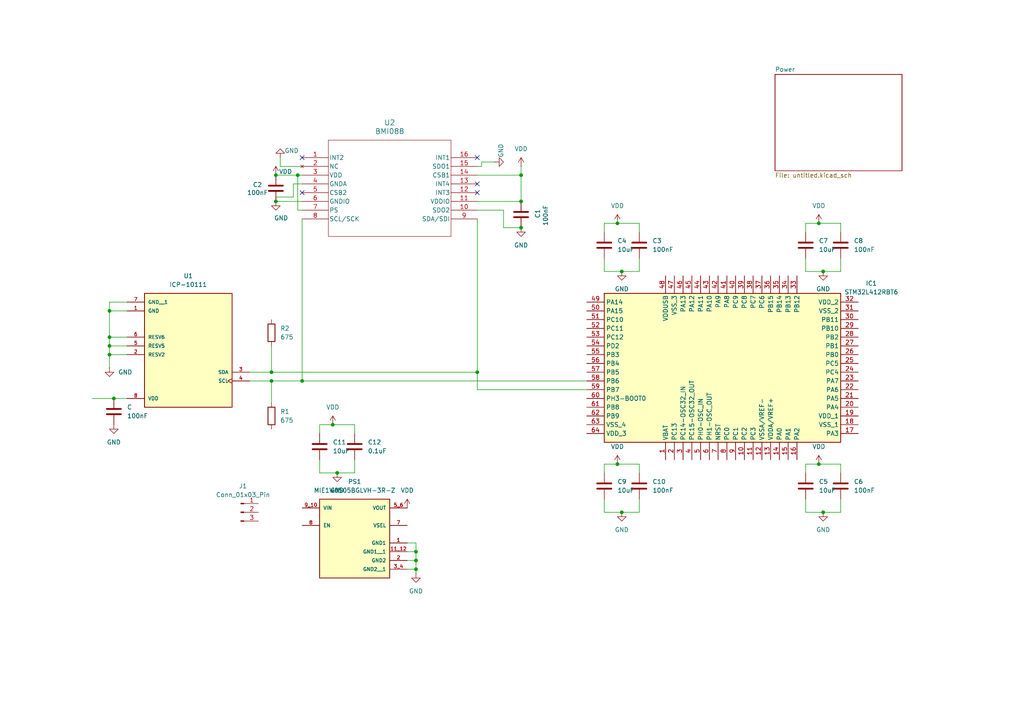
<source format=kicad_sch>
(kicad_sch (version 20250114) (generator "eeschema") (generator_version "9.0")
  (paper "A4")
  (title_block (title "PCB Design Layout for Drone"))
  (lib_symbols
    (symbol "BMI880:BMI088" (pin_names (offset 0.254))
      (property "Reference" "U" (at 25.4 10.16 0))
      (property "Value" "BMI088" (at 25.4 7.62 0))
      (symbol "BMI088_0_1"
        (polyline (pts (xy 7.62 5.08) (xy 7.62 -22.86)) (stroke (width 0.127)))
        (polyline (pts (xy 7.62 -22.86) (xy 43.18 -22.86)) (stroke (width 0.127)))
        (polyline (pts (xy 43.18 5.08) (xy 7.62 5.08)) (stroke (width 0.127)))
        (polyline (pts (xy 43.18 -22.86) (xy 43.18 5.08)) (stroke (width 0.127)))
        (pin bidirectional line (at 0 0 0) (length 7.62) (name "INT2") (number "1"))
        (pin no_connect line (at 0 -2.54 0) (length 7.62) (name "NC") (number "2"))
        (pin power_in line (at 0 -5.08 0) (length 7.62) (name "VDD") (number "3"))
        (pin power_out line (at 0 -7.62 0) (length 7.62) (name "GNDA") (number "4"))
        (pin bidirectional line (at 0 -10.16 0) (length 7.62) (name "CSB2") (number "5"))
        (pin power_out line (at 0 -12.7 0) (length 7.62) (name "GNDIO") (number "6"))
        (pin unspecified line (at 0 -15.24 0) (length 7.62) (name "PS") (number "7"))
        (pin unspecified line (at 0 -17.78 0) (length 7.62) (name "SCL/SCK") (number "8"))
        (pin bidirectional line (at 50.8 0 180) (length 7.62) (name "INT1") (number "16"))
        (pin bidirectional line (at 50.8 -2.54 180) (length 7.62) (name "SDO1") (number "15"))
        (pin bidirectional line (at 50.8 -5.08 180) (length 7.62) (name "CSB1") (number "14"))
        (pin bidirectional line (at 50.8 -7.62 180) (length 7.62) (name "INT4") (number "13"))
        (pin bidirectional line (at 50.8 -10.16 180) (length 7.62) (name "INT3") (number "12"))
        (pin power_in line (at 50.8 -12.7 180) (length 7.62) (name "VDDIO") (number "11"))
        (pin bidirectional line (at 50.8 -15.24 180) (length 7.62) (name "SDO2") (number "10"))
        (pin unspecified line (at 50.8 -17.78 180) (length 7.62) (name "SDA/SDI") (number "9"))
      )
    )
    (symbol "Connector:Conn_01x03_Pin" (pin_names (offset 1.016) (hide yes))
      (property "Reference" "J" (at 0 5.08 0))
      (property "Value" "Conn_01x03_Pin" (at 0 -5.08 0))
      (symbol "Conn_01x03_Pin_1_1"
        (rectangle (start 0.8636 2.667) (end 0 2.413) (stroke (width 0.1524)) (fill (type outline)))
        (rectangle (start 0.8636 0.127) (end 0 -0.127) (stroke (width 0.1524)) (fill (type outline)))
        (rectangle (start 0.8636 -2.413) (end 0 -2.667) (stroke (width 0.1524)) (fill (type outline)))
        (polyline (pts (xy 1.27 2.54) (xy 0.8636 2.54)) (stroke (width 0.1524)))
        (polyline (pts (xy 1.27 0) (xy 0.8636 0)) (stroke (width 0.1524)))
        (polyline (pts (xy 1.27 -2.54) (xy 0.8636 -2.54)) (stroke (width 0.1524)))
        (pin passive line (at 5.08 2.54 180) (length 3.81) (name "Pin_1") (number "1"))
        (pin passive line (at 5.08 0 180) (length 3.81) (name "Pin_2") (number "2"))
        (pin passive line (at 5.08 -2.54 180) (length 3.81) (name "Pin_3") (number "3"))
      )
    )
    (symbol "DC-DC Converter:MIE1W0505BGLVH-3R-Z" (pin_names (offset 1.016))
      (property "Reference" "PS" (at -10.16 10.922 0))
      (property "Value" "MIE1W0505BGLVH-3R-Z" (at -10.16 -15.24 0))
      (symbol "MIE1W0505BGLVH-3R-Z_0_0"
        (rectangle (start -10.16 -12.7) (end 10.16 10.16) (stroke (width 0.254)) (fill (type background)))
        (pin input line (at -15.24 7.62 0) (length 5.08) (name "VIN") (number "9_10"))
        (pin input line (at -15.24 2.54 0) (length 5.08) (name "EN") (number "8"))
        (pin output line (at 15.24 7.62 180) (length 5.08) (name "VOUT") (number "5_6"))
        (pin passive line (at 15.24 2.54 180) (length 5.08) (name "VSEL") (number "7"))
        (pin power_in line (at 15.24 -2.54 180) (length 5.08) (name "GND1") (number "1"))
        (pin power_in line (at 15.24 -5.08 180) (length 5.08) (name "GND1__1") (number "11_12"))
        (pin power_in line (at 15.24 -7.62 180) (length 5.08) (name "GND2") (number "2"))
        (pin power_in line (at 15.24 -10.16 180) (length 5.08) (name "GND2__1") (number "3_4"))
      )
    )
    (symbol "Device:C" (pin_numbers (hide yes)) (pin_names (offset 0.254))
      (property "Reference" "C" (at 0.635 2.54 0))
      (property "Value" "C" (at 0.635 -2.54 0))
      (symbol "C_0_1"
        (polyline (pts (xy -2.032 0.762) (xy 2.032 0.762)) (stroke (width 0.508)))
        (polyline (pts (xy -2.032 -0.762) (xy 2.032 -0.762)) (stroke (width 0.508)))
      )
      (symbol "C_1_1"
        (pin passive line (at 0 3.81 270) (length 2.794) (name "~") (number "1"))
        (pin passive line (at 0 -3.81 90) (length 2.794) (name "~") (number "2"))
      )
    )
    (symbol "Device:R" (pin_numbers (hide yes)) (pin_names (offset 0))
      (property "Reference" "R" (at 2.032 0 90))
      (property "Value" "R" (at 0 0 90))
      (symbol "R_0_1"
        (rectangle (start -1.016 -2.54) (end 1.016 2.54) (stroke (width 0.254)))
      )
      (symbol "R_1_1"
        (pin passive line (at 0 3.81 270) (length 1.27) (name "~") (number "1"))
        (pin passive line (at 0 -3.81 90) (length 1.27) (name "~") (number "2"))
      )
    )
    (symbol "ICP-10111:ICP-10111" (pin_names (offset 1.016))
      (property "Reference" "U" (at -12.7245 15.9056 0))
      (property "Value" "ICP-10111" (at -12.7275 -20.3586 0))
      (symbol "ICP-10111_0_0"
        (rectangle (start -12.7 -17.78) (end 12.7 15.24) (stroke (width 0.254)) (fill (type background)))
        (pin input clock (at -17.78 7.62 0) (length 5.08) (name "SCL") (number "4"))
        (pin bidirectional line (at -17.78 5.08 0) (length 5.08) (name "SDA") (number "3"))
        (pin power_in line (at 17.78 12.7 180) (length 5.08) (name "VDD") (number "8"))
        (pin passive line (at 17.78 0 180) (length 5.08) (name "RESV2") (number "2"))
        (pin passive line (at 17.78 -2.54 180) (length 5.08) (name "RESV5") (number "5"))
        (pin passive line (at 17.78 -5.08 180) (length 5.08) (name "RESV6") (number "6"))
        (pin power_in line (at 17.78 -12.7 180) (length 5.08) (name "GND") (number "1"))
        (pin power_in line (at 17.78 -15.24 180) (length 5.08) (name "GND__1") (number "7"))
      )
    )
    (symbol "STM:STM32L412RBT6"
      (property "Reference" "IC" (at 49.53 22.86 0))
      (property "Value" "STM32L412RBT6" (at 49.53 20.32 0))
      (symbol "STM32L412RBT6_1_1"
        (rectangle (start 5.08 17.78) (end 48.26 -50.8) (stroke (width 0.254)) (fill (type background)))
        (pin power_in line (at 0 0 0) (length 5.08) (name "VBAT") (number "1"))
        (pin bidirectional line (at 0 -2.54 0) (length 5.08) (name "PC13") (number "2"))
        (pin bidirectional line (at 0 -5.08 0) (length 5.08) (name "PC14-OSC32_IN") (number "3"))
        (pin bidirectional line (at 0 -7.62 0) (length 5.08) (name "PC15-OSC32_OUT") (number "4"))
        (pin bidirectional line (at 0 -10.16 0) (length 5.08) (name "PH0-OSC_IN") (number "5"))
        (pin bidirectional line (at 0 -12.7 0) (length 5.08) (name "PH1-OSC_OUT") (number "6"))
        (pin input line (at 0 -15.24 0) (length 5.08) (name "NRST") (number "7"))
        (pin bidirectional line (at 0 -17.78 0) (length 5.08) (name "PC0") (number "8"))
        (pin bidirectional line (at 0 -20.32 0) (length 5.08) (name "PC1") (number "9"))
        (pin bidirectional line (at 0 -22.86 0) (length 5.08) (name "PC2") (number "10"))
        (pin bidirectional line (at 0 -25.4 0) (length 5.08) (name "PC3") (number "11"))
        (pin power_in line (at 0 -27.94 0) (length 5.08) (name "VSSA/VREF-") (number "12"))
        (pin power_in line (at 0 -30.48 0) (length 5.08) (name "VDDA/VREF+") (number "13"))
        (pin bidirectional line (at 0 -33.02 0) (length 5.08) (name "PA0") (number "14"))
        (pin bidirectional line (at 0 -35.56 0) (length 5.08) (name "PA1") (number "15"))
        (pin bidirectional line (at 0 -38.1 0) (length 5.08) (name "PA2") (number "16"))
        (pin power_in line (at 7.62 22.86 270) (length 5.08) (name "VDD_3") (number "64"))
        (pin bidirectional line (at 7.62 -55.88 90) (length 5.08) (name "PA3") (number "17"))
        (pin power_in line (at 10.16 22.86 270) (length 5.08) (name "VSS_4") (number "63"))
        (pin power_in line (at 10.16 -55.88 90) (length 5.08) (name "VSS_1") (number "18"))
        (pin bidirectional line (at 12.7 22.86 270) (length 5.08) (name "PB9") (number "62"))
        (pin power_in line (at 12.7 -55.88 90) (length 5.08) (name "VDD_1") (number "19"))
        (pin bidirectional line (at 15.24 22.86 270) (length 5.08) (name "PB8") (number "61"))
        (pin bidirectional line (at 15.24 -55.88 90) (length 5.08) (name "PA4") (number "20"))
        (pin bidirectional line (at 17.78 22.86 270) (length 5.08) (name "PH3-BOOT0") (number "60"))
        (pin bidirectional line (at 17.78 -55.88 90) (length 5.08) (name "PA5") (number "21"))
        (pin bidirectional line (at 20.32 22.86 270) (length 5.08) (name "PB7") (number "59"))
        (pin bidirectional line (at 20.32 -55.88 90) (length 5.08) (name "PA6") (number "22"))
        (pin bidirectional line (at 22.86 22.86 270) (length 5.08) (name "PB6") (number "58"))
        (pin bidirectional line (at 22.86 -55.88 90) (length 5.08) (name "PA7") (number "23"))
        (pin bidirectional line (at 25.4 22.86 270) (length 5.08) (name "PB5") (number "57"))
        (pin bidirectional line (at 25.4 -55.88 90) (length 5.08) (name "PC4") (number "24"))
        (pin bidirectional line (at 27.94 22.86 270) (length 5.08) (name "PB4") (number "56"))
        (pin bidirectional line (at 27.94 -55.88 90) (length 5.08) (name "PC5") (number "25"))
        (pin bidirectional line (at 30.48 22.86 270) (length 5.08) (name "PB3") (number "55"))
        (pin bidirectional line (at 30.48 -55.88 90) (length 5.08) (name "PB0") (number "26"))
        (pin bidirectional line (at 33.02 22.86 270) (length 5.08) (name "PD2") (number "54"))
        (pin bidirectional line (at 33.02 -55.88 90) (length 5.08) (name "PB1") (number "27"))
        (pin bidirectional line (at 35.56 22.86 270) (length 5.08) (name "PC12") (number "53"))
        (pin bidirectional line (at 35.56 -55.88 90) (length 5.08) (name "PB2") (number "28"))
        (pin bidirectional line (at 38.1 22.86 270) (length 5.08) (name "PC11") (number "52"))
        (pin bidirectional line (at 38.1 -55.88 90) (length 5.08) (name "PB10") (number "29"))
        (pin bidirectional line (at 40.64 22.86 270) (length 5.08) (name "PC10") (number "51"))
        (pin bidirectional line (at 40.64 -55.88 90) (length 5.08) (name "PB11") (number "30"))
        (pin bidirectional line (at 43.18 22.86 270) (length 5.08) (name "PA15") (number "50"))
        (pin power_in line (at 43.18 -55.88 90) (length 5.08) (name "VSS_2") (number "31"))
        (pin bidirectional line (at 45.72 22.86 270) (length 5.08) (name "PA14") (number "49"))
        (pin power_in line (at 45.72 -55.88 90) (length 5.08) (name "VDD_2") (number "32"))
        (pin power_in line (at 53.34 0 180) (length 5.08) (name "VDDUSB") (number "48"))
        (pin power_in line (at 53.34 -2.54 180) (length 5.08) (name "VSS_3") (number "47"))
        (pin bidirectional line (at 53.34 -5.08 180) (length 5.08) (name "PA13") (number "46"))
        (pin bidirectional line (at 53.34 -7.62 180) (length 5.08) (name "PA12") (number "45"))
        (pin bidirectional line (at 53.34 -10.16 180) (length 5.08) (name "PA11") (number "44"))
        (pin bidirectional line (at 53.34 -12.7 180) (length 5.08) (name "PA10") (number "43"))
        (pin bidirectional line (at 53.34 -15.24 180) (length 5.08) (name "PA9") (number "42"))
        (pin bidirectional line (at 53.34 -17.78 180) (length 5.08) (name "PA8") (number "41"))
        (pin bidirectional line (at 53.34 -20.32 180) (length 5.08) (name "PC9") (number "40"))
        (pin bidirectional line (at 53.34 -22.86 180) (length 5.08) (name "PC8") (number "39"))
        (pin bidirectional line (at 53.34 -25.4 180) (length 5.08) (name "PC7") (number "38"))
        (pin bidirectional line (at 53.34 -27.94 180) (length 5.08) (name "PC6") (number "37"))
        (pin bidirectional line (at 53.34 -30.48 180) (length 5.08) (name "PB15") (number "36"))
        (pin bidirectional line (at 53.34 -33.02 180) (length 5.08) (name "PB14") (number "35"))
        (pin bidirectional line (at 53.34 -35.56 180) (length 5.08) (name "PB13") (number "34"))
        (pin bidirectional line (at 53.34 -38.1 180) (length 5.08) (name "PB12") (number "33"))
      )
    )
    (symbol "power:GND" (power) (pin_numbers (hide yes)) (pin_names (offset 0) (hide yes))
      (property "Value" "GND" (at 0 -3.81 0))
      (symbol "GND_0_1"
        (polyline (pts (xy 0 0) (xy 0 -1.27) (xy 1.27 -1.27) (xy 0 -2.54) (xy -1.27 -1.27) (xy 0 -1.27)))
      )
      (symbol "GND_1_1"
        (pin power_in line (at 0 0 270) (length 0) (name "~") (number "1"))
      )
    )
    (symbol "power:VDD" (power) (pin_numbers (hide yes)) (pin_names (offset 0) (hide yes))
      (property "Value" "VDD" (at 0 3.556 0))
      (symbol "VDD_0_1"
        (polyline (pts (xy -0.762 1.27) (xy 0 2.54)))
        (polyline (pts (xy 0 2.54) (xy 0.762 1.27)))
        (polyline (pts (xy 0 0) (xy 0 2.54)))
      )
      (symbol "VDD_1_1"
        (pin power_in line (at 0 0 90) (length 0) (name "~") (number "1"))
      )
    )
  )
  (junction (at 151.13 58.42))
  (junction (at 180.34 148.59))
  (junction (at 80.01 58.42))
  (junction (at 120.65 162.56))
  (junction (at 237.49 134.62))
  (junction (at 138.43 107.95))
  (junction (at 86.36 50.8))
  (junction (at 179.07 64.77))
  (junction (at 238.76 78.74))
  (junction (at 120.65 165.1))
  (junction (at 78.74 110.49))
  (junction (at 31.75 97.79))
  (junction (at 31.75 90.17))
  (junction (at 31.75 102.87))
  (junction (at 179.07 134.62))
  (junction (at 31.75 100.33))
  (junction (at 87.63 110.49))
  (junction (at 96.52 123.19))
  (junction (at 80.01 50.8))
  (junction (at 151.13 50.8))
  (junction (at 237.49 64.77))
  (junction (at 238.76 148.59))
  (junction (at 120.65 160.02))
  (junction (at 151.13 66.04))
  (junction (at 97.79 137.16))
  (junction (at 33.02 115.57))
  (junction (at 180.34 78.74))
  (junction (at 78.74 107.95))
  (no_connect (at 87.63 45.72))
  (no_connect (at 138.43 53.34))
  (no_connect (at 138.43 55.88))
  (no_connect (at 87.63 55.88))
  (no_connect (at 138.43 45.72))
  (wire (pts (xy 120.65 166.37) (xy 120.65 165.1)))
  (wire (pts (xy 139.7 46.99) (xy 139.7 48.26)))
  (wire (pts (xy 31.75 102.87) (xy 36.83 102.87)))
  (wire (pts (xy 138.43 58.42) (xy 151.13 58.42)))
  (wire (pts (xy 175.26 67.31) (xy 175.26 64.77)))
  (wire (pts (xy 78.74 107.95) (xy 138.43 107.95)))
  (wire (pts (xy 151.13 50.8) (xy 151.13 58.42)))
  (wire (pts (xy 233.68 148.59) (xy 238.76 148.59)))
  (wire (pts (xy 31.75 90.17) (xy 36.83 90.17)))
  (wire (pts (xy 238.76 78.74) (xy 243.84 78.74)))
  (wire (pts (xy 102.87 123.19) (xy 102.87 125.73)))
  (wire (pts (xy 175.26 137.16) (xy 175.26 134.62)))
  (wire (pts (xy 86.36 60.96) (xy 87.63 60.96)))
  (wire (pts (xy 31.75 102.87) (xy 31.75 100.33)))
  (wire (pts (xy 31.75 97.79) (xy 31.75 90.17)))
  (wire (pts (xy 233.68 137.16) (xy 233.68 134.62)))
  (wire (pts (xy 237.49 134.62) (xy 243.84 134.62)))
  (wire (pts (xy 120.65 165.1) (xy 120.65 162.56)))
  (wire (pts (xy 31.75 100.33) (xy 36.83 100.33)))
  (wire (pts (xy 72.39 107.95) (xy 78.74 107.95)))
  (wire (pts (xy 238.76 148.59) (xy 243.84 148.59)))
  (wire (pts (xy 72.39 110.49) (xy 78.74 110.49)))
  (wire (pts (xy 118.11 162.56) (xy 120.65 162.56)))
  (wire (pts (xy 146.05 66.04) (xy 151.13 66.04)))
  (wire (pts (xy 86.36 50.8) (xy 86.36 60.96)))
  (wire (pts (xy 92.71 125.73) (xy 92.71 123.19)))
  (wire (pts (xy 233.68 74.93) (xy 233.68 78.74)))
  (wire (pts (xy 237.49 64.77) (xy 243.84 64.77)))
  (wire (pts (xy 26.67 115.57) (xy 33.02 115.57)))
  (wire (pts (xy 138.43 113.03) (xy 138.43 107.95)))
  (wire (pts (xy 120.65 157.48) (xy 118.11 157.48)))
  (wire (pts (xy 92.71 137.16) (xy 97.79 137.16)))
  (wire (pts (xy 175.26 78.74) (xy 180.34 78.74)))
  (wire (pts (xy 78.74 110.49) (xy 87.63 110.49)))
  (wire (pts (xy 86.36 50.8) (xy 87.63 50.8)))
  (wire (pts (xy 92.71 133.35) (xy 92.71 137.16)))
  (wire (pts (xy 87.63 63.5) (xy 87.63 110.49)))
  (wire (pts (xy 78.74 100.33) (xy 78.74 107.95)))
  (wire (pts (xy 243.84 78.74) (xy 243.84 74.93)))
  (wire (pts (xy 180.34 78.74) (xy 185.42 78.74)))
  (wire (pts (xy 179.07 134.62) (xy 185.42 134.62)))
  (wire (pts (xy 31.75 106.68) (xy 31.75 102.87)))
  (wire (pts (xy 185.42 134.62) (xy 185.42 137.16)))
  (wire (pts (xy 118.11 160.02) (xy 120.65 160.02)))
  (wire (pts (xy 179.07 64.77) (xy 185.42 64.77)))
  (wire (pts (xy 138.43 113.03) (xy 170.18 113.03)))
  (wire (pts (xy 92.71 123.19) (xy 96.52 123.19)))
  (wire (pts (xy 139.7 48.26) (xy 138.43 48.26)))
  (wire (pts (xy 185.42 64.77) (xy 185.42 67.31)))
  (wire (pts (xy 175.26 148.59) (xy 180.34 148.59)))
  (wire (pts (xy 233.68 64.77) (xy 237.49 64.77)))
  (wire (pts (xy 175.26 134.62) (xy 179.07 134.62)))
  (wire (pts (xy 96.52 123.19) (xy 102.87 123.19)))
  (wire (pts (xy 80.01 57.15) (xy 85.09 57.15)))
  (wire (pts (xy 180.34 148.59) (xy 185.42 148.59)))
  (wire (pts (xy 102.87 137.16) (xy 102.87 133.35)))
  (wire (pts (xy 120.65 162.56) (xy 120.65 160.02)))
  (wire (pts (xy 81.28 45.72) (xy 81.28 48.26)))
  (wire (pts (xy 97.79 137.16) (xy 102.87 137.16)))
  (wire (pts (xy 243.84 148.59) (xy 243.84 144.78)))
  (wire (pts (xy 151.13 48.26) (xy 151.13 50.8)))
  (wire (pts (xy 146.05 60.96) (xy 146.05 66.04)))
  (wire (pts (xy 120.65 160.02) (xy 120.65 157.48)))
  (wire (pts (xy 31.75 87.63) (xy 31.75 90.17)))
  (wire (pts (xy 139.7 46.99) (xy 143.51 46.99)))
  (wire (pts (xy 185.42 78.74) (xy 185.42 74.93)))
  (wire (pts (xy 233.68 78.74) (xy 238.76 78.74)))
  (wire (pts (xy 81.28 48.26) (xy 87.63 48.26)))
  (wire (pts (xy 175.26 144.78) (xy 175.26 148.59)))
  (wire (pts (xy 31.75 97.79) (xy 36.83 97.79)))
  (wire (pts (xy 87.63 110.49) (xy 170.18 110.49)))
  (wire (pts (xy 185.42 148.59) (xy 185.42 144.78)))
  (wire (pts (xy 80.01 58.42) (xy 87.63 58.42)))
  (wire (pts (xy 138.43 50.8) (xy 151.13 50.8)))
  (wire (pts (xy 175.26 64.77) (xy 179.07 64.77)))
  (wire (pts (xy 80.01 57.15) (xy 80.01 58.42)))
  (wire (pts (xy 233.68 144.78) (xy 233.68 148.59)))
  (wire (pts (xy 87.63 53.34) (xy 85.09 53.34)))
  (wire (pts (xy 80.01 50.8) (xy 86.36 50.8)))
  (wire (pts (xy 233.68 134.62) (xy 237.49 134.62)))
  (wire (pts (xy 36.83 87.63) (xy 31.75 87.63)))
  (wire (pts (xy 175.26 74.93) (xy 175.26 78.74)))
  (wire (pts (xy 31.75 100.33) (xy 31.75 97.79)))
  (wire (pts (xy 78.74 110.49) (xy 78.74 116.84)))
  (wire (pts (xy 138.43 63.5) (xy 138.43 107.95)))
  (wire (pts (xy 243.84 134.62) (xy 243.84 137.16)))
  (wire (pts (xy 85.09 53.34) (xy 85.09 57.15)))
  (wire (pts (xy 118.11 165.1) (xy 120.65 165.1)))
  (wire (pts (xy 233.68 67.31) (xy 233.68 64.77)))
  (wire (pts (xy 243.84 64.77) (xy 243.84 67.31)))
  (wire (pts (xy 138.43 60.96) (xy 146.05 60.96)))
  (wire (pts (xy 33.02 115.57) (xy 36.83 115.57)))
  (symbol (lib_id "power:GND") (at 80.01 58.42 0) (unit 1)
    (property "Reference" "#PWR017" (effects (hide yes)))
    (property "Value" "GND" (at 81.534 63.246 0))
    (property "Description" "Power symbol creates a global label with name \"GND\" , ground" (effects (hide yes)))
  )
  (symbol (lib_id "power:GND") (at 151.13 66.04 0) (unit 1)
    (property "Reference" "#PWR018" (effects (hide yes)))
    (property "Value" "GND" (at 151.13 71.12 0))
    (property "Description" "Power symbol creates a global label with name \"GND\" , ground" (effects (hide yes)))
  )
  (symbol (lib_id "power:GND") (at 238.76 78.74 0) (unit 1)
    (property "Reference" "#PWR011" (effects (hide yes)))
    (property "Value" "GND" (at 238.76 83.82 0))
    (property "Description" "Power symbol creates a global label with name \"GND\" , ground" (effects (hide yes)))
  )
  (symbol (lib_id "power:GND") (at 180.34 78.74 0) (unit 1)
    (property "Reference" "#PWR07" (effects (hide yes)))
    (property "Value" "GND" (at 180.34 83.82 0))
    (property "Description" "Power symbol creates a global label with name \"GND\" , ground" (effects (hide yes)))
  )
  (symbol (lib_id "Device:C") (at 80.01 54.61 180) (unit 1)
    (property "Reference" "C2" (at 74.676 53.594 0))
    (property "Value" "100nF" (at 74.676 55.88 0))
    (property "Description" "Unpolarized capacitor" (effects (hide yes)))
  )
  (symbol (lib_id "Device:C") (at 175.26 71.12 0) (unit 1)
    (property "Reference" "C4" (at 179.07 69.8499 0) (effects (justify left)))
    (property "Value" "10uF" (at 179.07 72.3899 0) (effects (justify left)))
    (property "Description" "Unpolarized capacitor" (effects (hide yes)))
  )
  (symbol (lib_id "power:GND") (at 31.75 106.68 0) (unit 1)
    (property "Reference" "#PWR02" (effects (hide yes)))
    (property "Value" "GND" (at 34.29 107.9499 0) (effects (justify left)))
    (property "Description" "Power symbol creates a global label with name \"GND\" , ground" (effects (hide yes)))
  )
  (symbol (lib_id "Device:C") (at 92.71 129.54 0) (unit 1)
    (property "Reference" "C11" (at 96.52 128.2699 0) (effects (justify left)))
    (property "Value" "10uF" (at 96.52 130.8099 0) (effects (justify left)))
    (property "Description" "Unpolarized capacitor" (effects (hide yes)))
  )
  (symbol (lib_id "power:VDD") (at 96.52 123.19 0) (unit 1)
    (property "Reference" "#PWR05" (effects (hide yes)))
    (property "Value" "VDD" (at 96.52 118.11 0))
    (property "Description" "Power symbol creates a global label with name \"VDD\"" (effects (hide yes)))
  )
  (symbol (lib_id "power:GND") (at 33.02 123.19 0) (unit 1)
    (property "Reference" "#PWR01" (effects (hide yes)))
    (property "Value" "GND" (at 33.02 128.27 0))
    (property "Description" "Power symbol creates a global label with name \"GND\" , ground" (effects (hide yes)))
  )
  (symbol (lib_id "Device:C") (at 233.68 71.12 0) (unit 1)
    (property "Reference" "C7" (at 237.49 69.8499 0) (effects (justify left)))
    (property "Value" "10uF" (at 237.49 72.3899 0) (effects (justify left)))
    (property "Description" "Unpolarized capacitor" (effects (hide yes)))
  )
  (symbol (lib_id "BMI880:BMI088") (at 87.63 45.72 0) (unit 1)
    (property "Reference" "U2" (at 113.03 35.56 0) (effects (font (size 1.524 1.524))))
    (property "Value" "BMI088" (at 113.03 38.1 0) (effects (font (size 1.524 1.524))))
    (property "Footprint" "QFN_BMI085_BOS" (effects (hide yes)))
    (property "Datasheet" "BMI088" (effects (hide yes)))
  )
  (symbol (lib_id "Device:C") (at 102.87 129.54 0) (unit 1)
    (property "Reference" "C12" (at 106.68 128.2699 0) (effects (justify left)))
    (property "Value" "0.1uF" (at 106.68 130.8099 0) (effects (justify left)))
    (property "Description" "Unpolarized capacitor" (effects (hide yes)))
  )
  (symbol (lib_id "Device:C") (at 175.26 140.97 0) (unit 1)
    (property "Reference" "C9" (at 179.07 139.6999 0) (effects (justify left)))
    (property "Value" "10uF" (at 179.07 142.2399 0) (effects (justify left)))
    (property "Description" "Unpolarized capacitor" (effects (hide yes)))
  )
  (symbol (lib_id "power:VDD") (at 179.07 134.62 0) (unit 1)
    (property "Reference" "#PWR012" (effects (hide yes)))
    (property "Value" "VDD" (at 179.07 129.54 0))
    (property "Description" "Power symbol creates a global label with name \"VDD\"" (effects (hide yes)))
  )
  (symbol (lib_id "power:VDD") (at 118.11 147.32 0) (unit 1)
    (property "Reference" "#PWR020" (effects (hide yes)))
    (property "Value" "VDD" (at 118.11 142.24 0))
    (property "Description" "Power symbol creates a global label with name \"VDD\"" (effects (hide yes)))
  )
  (symbol (lib_id "Device:C") (at 151.13 62.23 180) (unit 1)
    (property "Reference" "C1" (at 155.956 61.976 90))
    (property "Value" "100nF" (at 158.242 62.484 90))
    (property "Description" "Unpolarized capacitor" (effects (hide yes)))
  )
  (symbol (lib_id "Device:C") (at 33.02 119.38 0) (unit 1)
    (property "Reference" "C" (at 36.83 118.1099 0) (effects (justify left)))
    (property "Value" "100nF" (at 36.83 120.6499 0) (effects (justify left)))
    (property "Description" "Unpolarized capacitor" (effects (hide yes)))
  )
  (symbol (lib_id "power:GND") (at 120.65 166.37 0) (unit 1)
    (property "Reference" "#PWR04" (effects (hide yes)))
    (property "Value" "GND" (at 120.65 171.45 0))
    (property "Description" "Power symbol creates a global label with name \"GND\" , ground" (effects (hide yes)))
  )
  (symbol (lib_id "power:GND") (at 97.79 137.16 0) (unit 1)
    (property "Reference" "#PWR019" (effects (hide yes)))
    (property "Value" "GND" (at 97.79 142.24 0))
    (property "Description" "Power symbol creates a global label with name \"GND\" , ground" (effects (hide yes)))
  )
  (symbol (lib_id "Connector:Conn_01x03_Pin") (at 69.85 148.59 0) (unit 1)
    (property "Reference" "J1" (at 70.485 140.97 0))
    (property "Value" "Conn_01x03_Pin" (at 70.485 143.51 0))
    (property "Description" "Generic connector, single row, 01x03, script generated" (effects (hide yes)))
  )
  (symbol (lib_id "Device:C") (at 233.68 140.97 0) (unit 1)
    (property "Reference" "C5" (at 237.49 139.6999 0) (effects (justify left)))
    (property "Value" "10uF" (at 237.49 142.2399 0) (effects (justify left)))
    (property "Description" "Unpolarized capacitor" (effects (hide yes)))
  )
  (symbol (lib_id "power:GND") (at 81.28 45.72 180) (unit 1)
    (property "Reference" "#PWR03" (effects (hide yes)))
    (property "Value" "GND" (at 84.582 43.688 0))
    (property "Description" "Power symbol creates a global label with name \"GND\" , ground" (effects (hide yes)))
  )
  (symbol (lib_id "ICP-10111:ICP-10111") (at 54.61 102.87 180) (unit 1)
    (property "Reference" "U1" (at 54.61 80.01 0))
    (property "Value" "ICP-10111" (at 54.61 82.55 0))
    (property "Footprint" "ICP-10111:PSON65P250X200X100-8N" (effects (hide yes)))
    (property "MF" "InvenSense" (effects (hide yes)))
    (property "DESCRIPTION" "6-Axis Ois/Eis Optimized Mems Sensor" (effects (hide yes)))
    (property "PACKAGE" "LGA-16 InvenSense" (effects (hide yes)))
    (property "PRICE" "3.54 USD" (effects (hide yes)))
    (property "PARTREV" "1.0" (effects (hide yes)))
    (property "MP" "ICG-20660L" (effects (hide yes)))
    (property "AVAILABILITY" "Warning" (effects (hide yes)))
  )
  (symbol (lib_id "power:VDD") (at 237.49 134.62 0) (unit 1)
    (property "Reference" "#PWR08" (effects (hide yes)))
    (property "Value" "VDD" (at 237.49 129.54 0))
    (property "Description" "Power symbol creates a global label with name \"VDD\"" (effects (hide yes)))
  )
  (symbol (lib_id "power:VDD") (at 237.49 64.77 0) (unit 1)
    (property "Reference" "#PWR010" (effects (hide yes)))
    (property "Value" "VDD" (at 237.49 59.69 0))
    (property "Description" "Power symbol creates a global label with name \"VDD\"" (effects (hide yes)))
  )
  (symbol (lib_id "Device:R") (at 78.74 120.65 0) (unit 1)
    (property "Reference" "R1" (at 81.28 119.3799 0) (effects (justify left)))
    (property "Value" "675" (at 81.28 121.9199 0) (effects (justify left)))
    (property "Description" "Resistor" (effects (hide yes)))
  )
  (symbol (lib_id "Device:C") (at 243.84 71.12 0) (unit 1)
    (property "Reference" "C8" (at 247.65 69.8499 0) (effects (justify left)))
    (property "Value" "100nF" (at 247.65 72.3899 0) (effects (justify left)))
    (property "Description" "Unpolarized capacitor" (effects (hide yes)))
  )
  (symbol (lib_id "Device:R") (at 78.74 96.52 0) (unit 1)
    (property "Reference" "R2" (at 81.28 95.2499 0) (effects (justify left)))
    (property "Value" "675" (at 81.28 97.7899 0) (effects (justify left)))
    (property "Description" "Resistor" (effects (hide yes)))
  )
  (symbol (lib_id "Device:C") (at 243.84 140.97 0) (unit 1)
    (property "Reference" "C6" (at 247.65 139.6999 0) (effects (justify left)))
    (property "Value" "100nF" (at 247.65 142.2399 0) (effects (justify left)))
    (property "Description" "Unpolarized capacitor" (effects (hide yes)))
  )
  (symbol (lib_id "power:GND") (at 143.51 46.99 90) (unit 1)
    (property "Reference" "#PWR014" (effects (hide yes)))
    (property "Value" "GND" (at 145.288 43.688 0))
    (property "Description" "Power symbol creates a global label with name \"GND\" , ground" (effects (hide yes)))
  )
  (symbol (lib_id "power:VDD") (at 179.07 64.77 0) (unit 1)
    (property "Reference" "#PWR06" (effects (hide yes)))
    (property "Value" "VDD" (at 179.07 59.69 0))
    (property "Description" "Power symbol creates a global label with name \"VDD\"" (effects (hide yes)))
  )
  (symbol (lib_id "power:GND") (at 180.34 148.59 0) (unit 1)
    (property "Reference" "#PWR013" (effects (hide yes)))
    (property "Value" "GND" (at 180.34 153.67 0))
    (property "Description" "Power symbol creates a global label with name \"GND\" , ground" (effects (hide yes)))
  )
  (symbol (lib_id "STM:STM32L412RBT6") (at 193.04 133.35 90) (unit 1)
    (property "Reference" "IC1" (at 252.73 82.1846 90))
    (property "Value" "STM32L412RBT6" (at 252.73 84.7246 90))
    (property "Footprint" "QFP50P1200X1200X160-64N" (effects (hide yes)))
    (property "Description" "ARM Microcontrollers - MCU Ultra-low-power Arm Cortex -M4 32-bit MCU+FPU, 100DMIPS up to 128KB Flash, 40KB SRAM, analog, ext. SMPS" (effects (hide yes)))
    (property "Height" "1.6" (effects (hide yes)))
    (property "Manufacturer_Name" "STMicroelectronics" (effects (hide yes)))
    (property "Manufacturer_Part_Number" "STM32L412RBT6" (effects (hide yes)))
  )
  (symbol (lib_id "Device:C") (at 185.42 71.12 0) (unit 1)
    (property "Reference" "C3" (at 189.23 69.8499 0) (effects (justify left)))
    (property "Value" "100nF" (at 189.23 72.3899 0) (effects (justify left)))
    (property "Description" "Unpolarized capacitor" (effects (hide yes)))
  )
  (symbol (lib_id "power:GND") (at 238.76 148.59 0) (unit 1)
    (property "Reference" "#PWR09" (effects (hide yes)))
    (property "Value" "GND" (at 238.76 153.67 0))
    (property "Description" "Power symbol creates a global label with name \"GND\" , ground" (effects (hide yes)))
  )
  (symbol (lib_id "Device:C") (at 185.42 140.97 0) (unit 1)
    (property "Reference" "C10" (at 189.23 139.6999 0) (effects (justify left)))
    (property "Value" "100nF" (at 189.23 142.2399 0) (effects (justify left)))
    (property "Description" "Unpolarized capacitor" (effects (hide yes)))
  )
  (symbol (lib_id "DC-DC Converter:MIE1W0505BGLVH-3R-Z") (at 102.87 154.94 0) (unit 1)
    (property "Reference" "PS1" (at 102.87 139.7 0))
    (property "Value" "MIE1W0505BGLVH-3R-Z" (at 102.87 142.24 0))
    (property "Footprint" "MIE1W0505BGLVH-3R-Z:CONV_MIE1W0505BGLVH-3R-Z" (effects (hide yes)))
    (property "PARTREV" "0.8" (effects (hide yes)))
    (property "STANDARD" "Manufacturer Recommendations" (effects (hide yes)))
    (property "MAXIMUM_PACKAGE_HEIGHT" "1.28mm" (effects (hide yes)))
    (property "MANUFACTURER" "Monolithic Power Systems Inc." (effects (hide yes)))
  )
  (symbol (lib_id "power:VDD") (at 151.13 48.26 0) (unit 1)
    (property "Reference" "#PWR016" (effects (hide yes)))
    (property "Value" "VDD" (at 151.13 43.18 0))
    (property "Description" "Power symbol creates a global label with name \"VDD\"" (effects (hide yes)))
  )
  (symbol (lib_id "power:VDD") (at 80.01 50.8 0) (unit 1)
    (property "Reference" "#PWR015" (effects (hide yes)))
    (property "Value" "VDD" (at 82.804 49.784 0))
    (property "Description" "Power symbol creates a global label with name \"VDD\"" (effects (hide yes)))
  )
  (sheet (at 224.79 21.59) (size 36.83 27.94) (stroke (width 0.1524))
    (property "Sheetname" "Power" (at 224.79 20.8784 0) (effects (justify left bottom)))
    (property "Sheetfile" "untitled.kicad_sch" (at 224.79 50.1146 0) (effects (justify left top)))
  )
)
</source>
